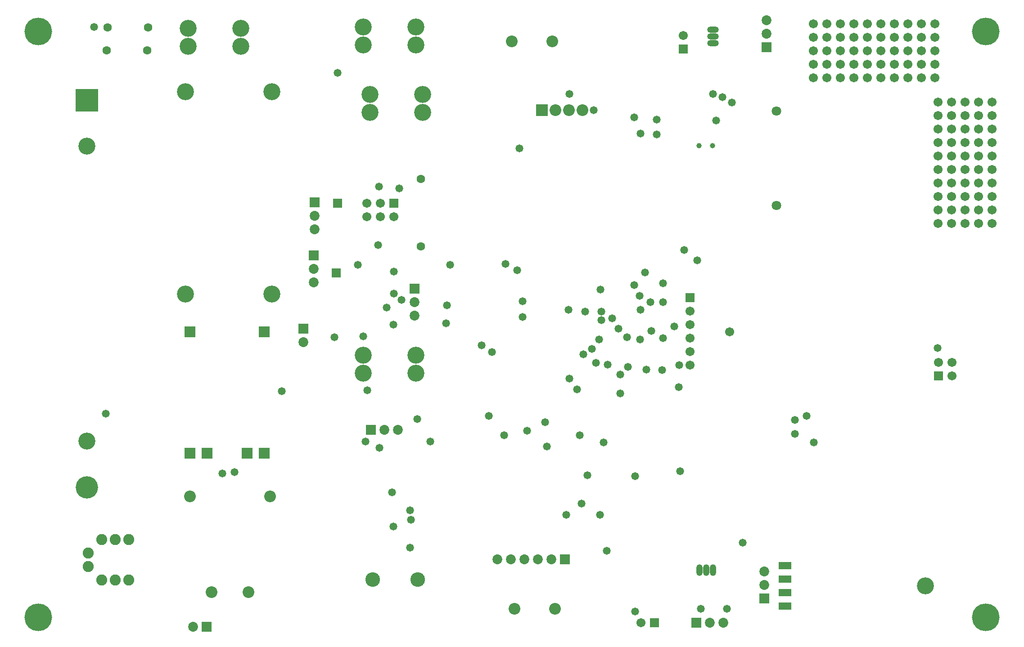
<source format=gbs>
G04 Layer_Color=16711935*
%FSLAX44Y44*%
%MOMM*%
G71*
G01*
G75*
%ADD106C,4.2032*%
%ADD114C,1.7032*%
%ADD115R,1.8542X1.8542*%
%ADD116C,1.8542*%
%ADD117R,1.7032X1.7032*%
%ADD118C,3.2032*%
%ADD119C,2.2032*%
%ADD120R,2.2032X2.2032*%
%ADD121O,2.2032X1.2032*%
%ADD122O,2.2032X1.2032*%
%ADD123C,2.0828*%
%ADD124R,4.2032X4.2032*%
%ADD125C,3.2032*%
%ADD126C,2.2032*%
%ADD127C,1.6032*%
%ADD128C,1.0032*%
%ADD129R,1.7032X1.7032*%
%ADD130C,2.7432*%
%ADD131R,2.0032X2.0032*%
%ADD132R,2.3622X1.4021*%
%ADD133R,1.8542X1.8542*%
%ADD134C,5.2032*%
%ADD135O,1.2032X2.2032*%
%ADD136O,1.2032X2.2032*%
%ADD137C,1.8032*%
%ADD138C,1.4732*%
D106*
X142290Y295642D02*
D03*
D114*
X1743710Y792480D02*
D03*
Y817880D02*
D03*
Y843280D02*
D03*
Y868680D02*
D03*
Y894080D02*
D03*
Y919480D02*
D03*
Y944880D02*
D03*
Y970280D02*
D03*
Y995680D02*
D03*
Y1021080D02*
D03*
X1769110D02*
D03*
Y995680D02*
D03*
Y970280D02*
D03*
Y944880D02*
D03*
Y919480D02*
D03*
Y894080D02*
D03*
Y868680D02*
D03*
Y843280D02*
D03*
Y817880D02*
D03*
Y792480D02*
D03*
X1794510D02*
D03*
Y817880D02*
D03*
Y843280D02*
D03*
Y868680D02*
D03*
Y894080D02*
D03*
Y919480D02*
D03*
Y944880D02*
D03*
Y970280D02*
D03*
Y995680D02*
D03*
Y1021080D02*
D03*
X1819910D02*
D03*
Y995680D02*
D03*
Y970280D02*
D03*
Y944880D02*
D03*
Y919480D02*
D03*
Y894080D02*
D03*
Y868680D02*
D03*
Y843280D02*
D03*
Y817880D02*
D03*
Y792480D02*
D03*
X1845310D02*
D03*
Y817880D02*
D03*
Y843280D02*
D03*
Y868680D02*
D03*
Y894080D02*
D03*
Y919480D02*
D03*
Y944880D02*
D03*
Y970280D02*
D03*
Y995680D02*
D03*
Y1021080D02*
D03*
X1277000Y525800D02*
D03*
Y551200D02*
D03*
Y576600D02*
D03*
Y602000D02*
D03*
Y627400D02*
D03*
X1264122Y1146260D02*
D03*
X1743940Y530922D02*
D03*
X1769340Y505522D02*
D03*
Y530922D02*
D03*
X669036Y804672D02*
D03*
Y830072D02*
D03*
X694436Y804672D02*
D03*
Y830072D02*
D03*
X719836Y804672D02*
D03*
X1351280Y588010D02*
D03*
X1737360Y1066800D02*
D03*
X1711960D02*
D03*
X1686560D02*
D03*
X1661160D02*
D03*
X1635760D02*
D03*
X1610360D02*
D03*
X1584960D02*
D03*
X1559560D02*
D03*
X1534160D02*
D03*
X1508760D02*
D03*
Y1092200D02*
D03*
X1534160D02*
D03*
X1559560D02*
D03*
X1584960D02*
D03*
X1610360D02*
D03*
X1635760D02*
D03*
X1661160D02*
D03*
X1686560D02*
D03*
X1711960D02*
D03*
X1737360D02*
D03*
Y1117600D02*
D03*
X1711960D02*
D03*
X1686560D02*
D03*
X1661160D02*
D03*
X1635760D02*
D03*
X1610360D02*
D03*
X1584960D02*
D03*
X1559560D02*
D03*
X1534160D02*
D03*
X1508760D02*
D03*
Y1143000D02*
D03*
X1534160D02*
D03*
X1559560D02*
D03*
X1584960D02*
D03*
X1610360D02*
D03*
X1635760D02*
D03*
X1661160D02*
D03*
X1686560D02*
D03*
X1711960D02*
D03*
X1737360D02*
D03*
Y1168400D02*
D03*
X1711960D02*
D03*
X1686560D02*
D03*
X1661160D02*
D03*
X1635760D02*
D03*
X1610360D02*
D03*
X1584960D02*
D03*
X1559560D02*
D03*
X1534160D02*
D03*
X1508760D02*
D03*
X1184600Y40000D02*
D03*
D115*
X1041200Y160000D02*
D03*
X367554Y32988D02*
D03*
X1288296Y40628D02*
D03*
X676690Y403916D02*
D03*
D116*
X1015800Y160000D02*
D03*
X990400D02*
D03*
X965000D02*
D03*
X939600D02*
D03*
X914200D02*
D03*
X342154Y32988D02*
D03*
X1416504Y137064D02*
D03*
Y111664D02*
D03*
X1339096Y40628D02*
D03*
X1313696D02*
D03*
X1420372Y1175114D02*
D03*
Y1149714D02*
D03*
X569214Y706628D02*
D03*
Y681228D02*
D03*
X570484Y806958D02*
D03*
Y781558D02*
D03*
X758444Y644398D02*
D03*
Y618998D02*
D03*
X702090Y403916D02*
D03*
X727490D02*
D03*
X549910Y568960D02*
D03*
D117*
X1277000Y652800D02*
D03*
X1264122Y1120860D02*
D03*
X611124Y699008D02*
D03*
D118*
X327710Y658972D02*
D03*
Y1039972D02*
D03*
X490270Y658972D02*
D03*
Y1039972D02*
D03*
X1719526Y109632D02*
D03*
D119*
X1074260Y1005850D02*
D03*
X1048860D02*
D03*
X1023460D02*
D03*
D120*
X998060D02*
D03*
D121*
X1319788Y1156826D02*
D03*
D122*
Y1144126D02*
D03*
Y1131426D02*
D03*
D123*
X144830Y171292D02*
D03*
Y145892D02*
D03*
X170230Y120492D02*
D03*
X195630D02*
D03*
X221030D02*
D03*
X195630Y196692D02*
D03*
X221030D02*
D03*
X170230D02*
D03*
D124*
X142290Y1024642D02*
D03*
D125*
Y938192D02*
D03*
Y382092D02*
D03*
X675000Y1001000D02*
D03*
X774000D02*
D03*
X674800Y1035000D02*
D03*
X774000D02*
D03*
X662000Y510000D02*
D03*
X761000D02*
D03*
X661800Y544000D02*
D03*
X761000D02*
D03*
Y1162000D02*
D03*
X661800D02*
D03*
X761000Y1128000D02*
D03*
X662000D02*
D03*
X432000Y1160000D02*
D03*
X332800D02*
D03*
X432000Y1126000D02*
D03*
X333000D02*
D03*
D126*
X446600Y97972D02*
D03*
X376600D02*
D03*
X486600Y277972D02*
D03*
X336600D02*
D03*
X946800Y67000D02*
D03*
X1023000D02*
D03*
X941800Y1135000D02*
D03*
X1018000D02*
D03*
D127*
X180900Y1161000D02*
D03*
X257100D02*
D03*
X770814Y875738D02*
D03*
Y748738D02*
D03*
X256100Y1118000D02*
D03*
X179900D02*
D03*
D128*
X1319160Y938880D02*
D03*
X1293760D02*
D03*
D129*
X1743940Y505522D02*
D03*
X719836Y830072D02*
D03*
X614172Y830580D02*
D03*
X1210000Y40000D02*
D03*
D130*
X680000Y122000D02*
D03*
X765000D02*
D03*
D131*
X368757Y359969D02*
D03*
X443738D02*
D03*
X336245D02*
D03*
X476250D02*
D03*
X336245Y588010D02*
D03*
X476250D02*
D03*
D132*
X1455366Y147732D02*
D03*
Y122332D02*
D03*
Y96932D02*
D03*
Y71532D02*
D03*
D133*
X1416504Y86264D02*
D03*
X1420372Y1124314D02*
D03*
X569214Y732028D02*
D03*
X570484Y832358D02*
D03*
X758444Y669798D02*
D03*
X549910Y594360D02*
D03*
D134*
X1833118Y50800D02*
D03*
Y1153668D02*
D03*
X50800D02*
D03*
Y50800D02*
D03*
D135*
X1319792Y139434D02*
D03*
D136*
X1307092D02*
D03*
X1294392D02*
D03*
D137*
X1439810Y1003820D02*
D03*
Y826020D02*
D03*
D138*
X1195070Y516890D02*
D03*
X1224000Y516000D02*
D03*
X509270Y476250D02*
D03*
X397510Y321310D02*
D03*
X1050290Y1036320D02*
D03*
X716280Y285750D02*
D03*
X927100Y393700D02*
D03*
X970000Y402000D02*
D03*
X1157999Y578001D02*
D03*
X719999Y701999D02*
D03*
X826000Y714000D02*
D03*
X930000Y716000D02*
D03*
X1320000Y1036000D02*
D03*
X1326000Y986000D02*
D03*
X820000Y638000D02*
D03*
X818000Y604000D02*
D03*
X952000Y704000D02*
D03*
X1080000Y626000D02*
D03*
X1181998Y655999D02*
D03*
X1226000Y680000D02*
D03*
X730000Y858000D02*
D03*
X692000Y862000D02*
D03*
X956000Y934000D02*
D03*
X1192000Y700000D02*
D03*
X1297440Y66560D02*
D03*
X1346560D02*
D03*
X1474000Y422000D02*
D03*
Y396000D02*
D03*
X1510000Y380000D02*
D03*
X1095850Y1005850D02*
D03*
X719198Y221198D02*
D03*
X750000Y182000D02*
D03*
X1083998Y317999D02*
D03*
X1072500Y264500D02*
D03*
X1069239Y393239D02*
D03*
X1004000Y418000D02*
D03*
X898000Y430000D02*
D03*
X1214000Y960000D02*
D03*
Y988000D02*
D03*
X689999Y751999D02*
D03*
X1256200Y525800D02*
D03*
X1008000Y372000D02*
D03*
X750000Y252000D02*
D03*
X1376000Y191068D02*
D03*
X706000Y634000D02*
D03*
X614000Y1076000D02*
D03*
X1173307Y62000D02*
D03*
Y316693D02*
D03*
X1146000Y472000D02*
D03*
X734000Y648000D02*
D03*
X788000Y382000D02*
D03*
X670000Y478000D02*
D03*
X1184000Y962000D02*
D03*
X1172000Y992000D02*
D03*
X1048000Y630000D02*
D03*
X962000Y646000D02*
D03*
Y616000D02*
D03*
X1129998Y613999D02*
D03*
X1109998Y609999D02*
D03*
X764000Y424000D02*
D03*
X1256000Y484000D02*
D03*
X1258000Y326000D02*
D03*
X1120000Y176000D02*
D03*
X1225997Y643999D02*
D03*
X1202000Y644000D02*
D03*
X1110000Y626000D02*
D03*
X608000Y578000D02*
D03*
X719192Y602000D02*
D03*
X1172000Y676000D02*
D03*
X1184000Y630000D02*
D03*
X156000Y1162000D02*
D03*
X1107749Y243749D02*
D03*
X1044000Y244000D02*
D03*
X904202Y550477D02*
D03*
X752000Y234000D02*
D03*
X1160000Y522000D02*
D03*
X1204000Y590000D02*
D03*
X1182932Y573478D02*
D03*
X1225997Y575999D02*
D03*
X692732Y369800D02*
D03*
X666000Y382000D02*
D03*
X1122000Y526000D02*
D03*
X1050000Y500000D02*
D03*
X1064000Y480000D02*
D03*
X1146000Y508000D02*
D03*
X1142000Y594000D02*
D03*
X1108000Y668000D02*
D03*
X1266000Y742000D02*
D03*
X720000Y660000D02*
D03*
X652000Y714000D02*
D03*
X1356000Y1020000D02*
D03*
X1338210Y1030210D02*
D03*
X1114000Y380000D02*
D03*
X1496000Y430000D02*
D03*
X1100000Y530000D02*
D03*
X1076000Y546000D02*
D03*
X1092000Y556000D02*
D03*
X1105998Y573999D02*
D03*
X1742440Y557530D02*
D03*
X420370Y323850D02*
D03*
X662000Y580000D02*
D03*
X885190Y562610D02*
D03*
X1247140Y598424D02*
D03*
X1290066Y722630D02*
D03*
X177800Y434340D02*
D03*
M02*

</source>
